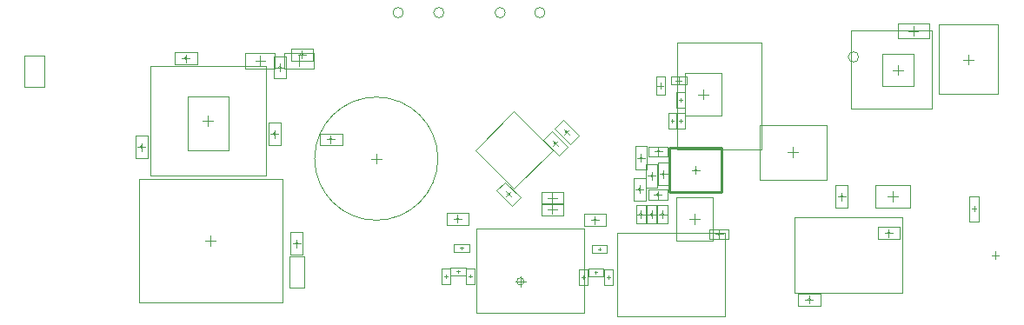
<source format=gbr>
%TF.GenerationSoftware,Altium Limited,Altium Designer,22.2.1 (43)*%
G04 Layer_Color=32768*
%FSLAX26Y26*%
%MOIN*%
%TF.SameCoordinates,49CA406D-FE3E-4379-A0B2-47437619DC98*%
%TF.FilePolarity,Positive*%
%TF.FileFunction,Other,Mechanical_15*%
%TF.Part,Single*%
G01*
G75*
%TA.AperFunction,NonConductor*%
%ADD130C,0.003937*%
%ADD137C,0.004000*%
%ADD138C,0.010000*%
%ADD217C,0.001000*%
%ADD218C,0.001968*%
%ADD219C,0.002000*%
D130*
X2168619Y694984D02*
X2201635Y728000D01*
X2168619Y694984D02*
X2228177Y635426D01*
X2201635Y728000D02*
X2261193Y668441D01*
X2228177Y635426D02*
X2261193Y668441D01*
X1158074Y956334D02*
Y1003026D01*
Y956334D02*
X1242301D01*
X1158074Y1003026D02*
X1242301D01*
Y956334D02*
Y1003026D01*
X1021299Y955000D02*
X1058701D01*
X1040000Y936299D02*
Y973701D01*
X1171299Y955000D02*
X1208701D01*
X1190000Y936299D02*
Y973701D01*
X1091974Y971926D02*
X1138666Y971926D01*
X1138666Y887699D01*
X1091974Y971926D02*
X1091974Y887699D01*
X1138666Y887699D01*
X797301Y941334D02*
Y988026D01*
X713074D02*
X797301D01*
X713074Y941334D02*
X797301D01*
X713074D02*
Y988026D01*
X2633189Y880000D02*
X2656811D01*
X2645000Y868189D02*
Y891811D01*
X2575000Y871811D02*
X2575000Y848189D01*
X2563189Y860000D02*
X2586811Y860000D01*
X2409292Y-26418D02*
X2820709Y-26418D01*
X2820708Y296417D02*
X2820709Y-26418D01*
X2409291Y296418D02*
X2820708Y296417D01*
X2409291Y296418D02*
X2409292Y-26418D01*
X1869291Y-11417D02*
X2280708Y-11418D01*
X2280709Y311418D01*
X1869291Y311417D02*
X2280709Y311418D01*
X1869291Y-11417D02*
X1869291Y311417D01*
X1745551Y129195D02*
X1757362Y129195D01*
X1751456Y123290D02*
X1751457Y135101D01*
X1839608Y129442D02*
X1851419Y129442D01*
X1845514Y123536D02*
X1845514Y135348D01*
X1798715Y152851D02*
X1798715Y141040D01*
X1792809Y146945D02*
X1804620Y146946D01*
X1838866Y372346D02*
X1838866Y325655D01*
X1754638Y372346D02*
X1838866Y372346D01*
X1754639Y325656D02*
X1838866Y325655D01*
X1754638Y372346D02*
X1754639Y325656D01*
X1812053Y231039D02*
X1812054Y242851D01*
X1806147Y236945D02*
X1817959Y236945D01*
X2340612Y239244D02*
X2340612Y227433D01*
X2334707Y233339D02*
X2346517Y233339D01*
X2369652Y125835D02*
X2381462Y125835D01*
X2375557Y131739D02*
X2375557Y119928D01*
X2327031Y137855D02*
X2327032Y149665D01*
X2321126Y143760D02*
X2332937Y143760D01*
X2365715Y368739D02*
X2365716Y322048D01*
X2281488Y368740D02*
X2365715Y368739D01*
X2281488Y322048D02*
X2365716D01*
X2281488Y368740D02*
X2281488Y322048D01*
X2273526Y125834D02*
X2285336Y125834D01*
X2279430Y131739D02*
X2279430Y119928D01*
X1946548Y457055D02*
X1979564Y490070D01*
X1946548Y457055D02*
X2006106Y397497D01*
X1979564Y490070D02*
X2039122Y430513D01*
X2006106Y397497D02*
X2039122Y430513D01*
X2125084Y651448D02*
X2158099Y684463D01*
X2125084Y651448D02*
X2184641Y591891D01*
X2158099Y684463D02*
X2217657Y624906D01*
X2184641Y591891D02*
X2217657Y624906D01*
X2142284Y430000D02*
X2177718D01*
X2160000Y412284D02*
X2160000Y447717D01*
X761260Y612637D02*
X918740Y612638D01*
X761259Y817362D02*
X761260Y612637D01*
X761259Y817362D02*
X918740Y817362D01*
X918740Y612638D02*
X918740Y817362D01*
X840000Y744685D02*
X840001Y705315D01*
X820315Y725000D02*
X859684Y725000D01*
X561974Y583074D02*
X608666Y583073D01*
X608666Y667301D02*
X608666Y583073D01*
X561974Y583074D02*
X561974Y667300D01*
X608666Y667301D01*
X1071974Y633074D02*
X1118665Y633073D01*
X1118666Y717301D01*
X1071974Y633074D02*
X1071975Y717301D01*
X1118666Y717301D01*
X1465314Y580000D02*
X1504685Y580001D01*
X1485000Y599684D02*
X1485000Y560315D01*
X1156975Y213074D02*
X1203666Y213074D01*
X1203666Y297301D02*
X1203666Y213074D01*
X1156974Y297301D02*
X1156975Y213074D01*
X1156974Y297301D02*
X1203666Y297301D01*
X3408073Y318665D02*
X3408074Y271975D01*
X3408073Y318665D02*
X3492300Y318665D01*
X3408074Y271975D02*
X3492300Y271974D01*
X3492300Y318665D02*
X3492300Y271974D01*
X830315Y265000D02*
X869686Y265000D01*
X850000Y284685D02*
X850000Y245315D01*
X2638582Y614291D02*
X2961418Y614291D01*
X2638582Y1025708D02*
X2638582Y614291D01*
X2638582Y1025708D02*
X2961417Y1025709D01*
X2961418Y614291D01*
X3083000Y623906D02*
X3083000Y584536D01*
X3063315Y604221D02*
X3102686Y604221D01*
X3187301Y63025D02*
X3187301Y16334D01*
X3103074Y63026D02*
X3187301Y63025D01*
X3103073Y16335D02*
X3187301Y16334D01*
X3103073Y16335D02*
X3103074Y63026D01*
X3246975Y477301D02*
X3293666Y477301D01*
X3246974Y393074D02*
X3246975Y477301D01*
X3293666Y393074D02*
X3293666Y477301D01*
X3246974Y393074D02*
X3293666Y393074D01*
X3465000Y415315D02*
X3465000Y454685D01*
X3445315Y435000D02*
X3484685Y435000D01*
X3735315Y960000D02*
X3774683Y960000D01*
X3754999Y940314D02*
X3755000Y979686D01*
X3485000Y900315D02*
X3485000Y939685D01*
X3465315Y920000D02*
X3504685Y920000D01*
X3777235Y377323D02*
Y397008D01*
X3767393Y387166D02*
X3787078D01*
X2652246Y719622D02*
X2652247Y731433D01*
X2646341Y725528D02*
X2658152Y725528D01*
X2619701Y731470D02*
X2619701Y719659D01*
X2613795Y725564D02*
X2625607Y725564D01*
X2651898Y799622D02*
X2651898Y811433D01*
X2645992Y805529D02*
X2657803Y805528D01*
X2719606Y826819D02*
X2758977Y826819D01*
X2739291Y807134D02*
X2739291Y846504D01*
X2471261Y419762D02*
X2517952Y419762D01*
X2517952Y503990D02*
X2517952Y419762D01*
X2471261Y419762D02*
X2471261Y503989D01*
X2517952Y503990D01*
X2600660Y423144D02*
X2600660Y460297D01*
X2528759Y423145D02*
X2600660Y423144D01*
X2528759Y460297D02*
X2528759Y423145D01*
X2528759Y460297D02*
X2600660Y460297D01*
X2705708Y328496D02*
X2705709Y367866D01*
X2686023Y348181D02*
X2725394Y348181D01*
X2763379Y309336D02*
X2763379Y272184D01*
X2763379Y309336D02*
X2835280Y309336D01*
X2835280Y272183D02*
X2835280Y309336D01*
X2763379Y272184D02*
X2835280Y272183D01*
X2530205Y589703D02*
X2530206Y626855D01*
X2602107Y626856D01*
X2602107Y589703D01*
X2530205Y589703D02*
X2602107Y589703D01*
X2563508Y330562D02*
X2563509Y402463D01*
X2563508Y330562D02*
X2600660Y330562D01*
X2600660Y402464D01*
X2563509Y402463D02*
X2600660Y402464D01*
X2480468Y402511D02*
X2517620Y402511D01*
X2517620Y330610D01*
X2480467Y330610D02*
X2517620Y330610D01*
X2480467Y330610D02*
X2480468Y402511D01*
X2559128Y402510D02*
X2559128Y330610D01*
X2521975Y402511D02*
X2559128Y402510D01*
X2521975Y402511D02*
X2521976Y330610D01*
X2559128Y330610D01*
X3304488Y1071732D02*
X3615512D01*
Y770551D02*
Y1071732D01*
X3304488Y770551D02*
X3615512D01*
X3304488D02*
Y1071732D01*
X2160000Y367284D02*
X2160001Y402717D01*
X2142283Y384999D02*
X2177717Y385000D01*
D137*
X1267321Y633468D02*
X1267322Y676370D01*
X1355000Y676370D01*
X1267321Y633468D02*
X1354999Y633467D01*
X1355000Y676370D01*
X2477910Y539838D02*
X2520813Y539838D01*
X2520813Y627516D02*
X2520813Y539838D01*
X2477910Y627516D02*
X2477910Y539838D01*
X2477910Y627516D02*
X2520813D01*
X2520379Y557442D02*
X2563281Y557442D01*
X2520378Y469764D02*
X2520379Y557442D01*
X2563280Y469764D02*
X2563281Y557442D01*
X2520378Y469764D02*
X2563280D01*
X2564278Y477557D02*
X2607182Y477558D01*
X2607182Y565237D01*
X2564278Y565236D02*
X2564278Y477557D01*
X2564278Y565236D02*
X2607182Y565237D01*
D138*
X2810000Y621258D02*
X2810000Y451259D01*
X2610000Y621259D02*
X2810000Y621258D01*
X2610000Y621259D02*
X2610000Y451258D01*
X2810000Y451259D01*
D217*
X2219997Y682067D02*
G03*
X2219997Y682067I-5000J0D01*
G01*
X1205000Y979995D02*
G03*
X1205000Y979995I-5000J0D01*
G01*
X1120005Y930000D02*
G03*
X1120005Y930000I-5000J0D01*
G01*
X760000Y964995D02*
G03*
X760000Y964995I-5000J0D01*
G01*
X1801940Y348686D02*
G03*
X1801940Y348686I-5000J0D01*
G01*
X2328789Y345079D02*
G03*
X2328789Y345079I-5000J0D01*
G01*
X1997926Y444138D02*
G03*
X1997926Y444138I-5000J0D01*
G01*
X2176461Y638532D02*
G03*
X2176461Y638532I-5000J0D01*
G01*
X1315000Y655000D02*
G03*
X1315000Y655000I-5000J0D01*
G01*
X590005Y625000D02*
G03*
X590005Y625000I-5000J0D01*
G01*
X1100005Y675000D02*
G03*
X1100005Y675000I-5000J0D01*
G01*
X1185005Y255000D02*
G03*
X1185005Y255000I-5000J0D01*
G01*
X3455001Y295005D02*
G03*
X3455001Y295005I-5000J0D01*
G01*
X3150000Y39995D02*
G03*
X3150000Y39995I-5000J0D01*
G01*
X3275005Y435000D02*
G03*
X3275005Y435000I-5000J0D01*
G01*
X2499922Y462063D02*
G03*
X2499922Y462063I-5000J0D01*
G01*
X2504443Y582516D02*
G03*
X2504443Y582516I-5000J0D01*
G01*
X2569724Y441653D02*
G03*
X2569724Y441653I-5000J0D01*
G01*
X2804315Y290827D02*
G03*
X2804315Y290827I-5000J0D01*
G01*
X2714998Y536252D02*
G03*
X2714998Y536252I-5000J0D01*
G01*
X2571142Y608346D02*
G03*
X2571142Y608346I-5000J0D01*
G01*
X2587164Y366536D02*
G03*
X2587164Y366536I-5000J0D01*
G01*
X2504111Y366575D02*
G03*
X2504111Y366575I-5000J0D01*
G01*
X2545472Y366536D02*
G03*
X2545472Y366536I-5000J0D01*
G01*
X2546748Y514764D02*
G03*
X2546748Y514764I-5000J0D01*
G01*
X2590811Y520236D02*
G03*
X2590811Y520236I-5000J0D01*
G01*
X2204393Y692678D02*
X2225607Y671464D01*
X2204390Y671461D02*
X2225602Y692674D01*
X1185000Y980000D02*
X1215000D01*
X1200000Y964995D02*
Y994995D01*
X1115000Y915000D02*
X1115000Y945000D01*
X1100005Y930000D02*
X1130005Y930000D01*
X755000Y949995D02*
Y979995D01*
X740000Y965000D02*
X770000D01*
X1781939Y348681D02*
X1811939Y348680D01*
X1796939Y363685D02*
X1796939Y333685D01*
X2308790Y345073D02*
X2338790Y345074D01*
X2323789Y360079D02*
X2323790Y330079D01*
X1982323Y454749D02*
X2003535Y433536D01*
X1982319Y433531D02*
X2003532Y454745D01*
X2160858Y649143D02*
X2182071Y627929D01*
X2160855Y627926D02*
X2182068Y649139D01*
X1310000Y670000D02*
X1310000Y640000D01*
X1295000Y655005D02*
X1325000Y655006D01*
X585000Y610000D02*
X585000Y640000D01*
X570005Y625000D02*
X600005D01*
X1095000Y660000D02*
X1095000Y690000D01*
X1080005Y675000D02*
X1110005Y675000D01*
X1180000Y270000D02*
X1180000Y240000D01*
X1165005Y255000D02*
X1195005Y255000D01*
X3435000Y295001D02*
X3465000Y295000D01*
X3450000Y310004D02*
X3450001Y280006D01*
X3144999Y24995D02*
X3145000Y54995D01*
X3130000Y40000D02*
X3160000Y39999D01*
X3255005Y435000D02*
X3285005Y435000D01*
X3270000Y450000D02*
X3270000Y420001D01*
X2479921Y462062D02*
X2509921Y462063D01*
X2494926Y447063D02*
X2494927Y477063D01*
X2484443Y582517D02*
X2514443Y582517D01*
X2499448Y597516D02*
X2499448Y567516D01*
X2549724Y441649D02*
X2579724Y441649D01*
X2564724Y456653D02*
X2564724Y426654D01*
X2784315Y290831D02*
X2814315Y290832D01*
X2799315Y305827D02*
X2799315Y275826D01*
X2709998Y551252D02*
X2709998Y521252D01*
X2694997Y536256D02*
X2724998Y536256D01*
X2551142Y608351D02*
X2581142D01*
X2566142Y623347D02*
X2566142Y593346D01*
X2582169Y351536D02*
X2582169Y381536D01*
X2567164Y366536D02*
X2597163Y366536D01*
X2499115Y351575D02*
X2499116Y381574D01*
X2484112Y366575D02*
X2514110Y366574D01*
X2540466Y351537D02*
X2540467Y381536D01*
X2525471Y366536D02*
X2555470Y366537D01*
X2526748Y514764D02*
X2556748Y514764D01*
X2541742Y499764D02*
X2541743Y529764D01*
X2570812Y520236D02*
X2600813D01*
X2585816Y505236D02*
X2585816Y535236D01*
D218*
X1721220Y579999D02*
G03*
X1721220Y579999I-236220J0D01*
G01*
X2051748Y109551D02*
G03*
X2051748Y109551I-13780J0D01*
G01*
X1097086Y925472D02*
Y984528D01*
X982913Y925472D02*
Y984528D01*
Y925472D02*
X1097086D01*
X982913Y984528D02*
X1097086D01*
X1247087Y925472D02*
Y984528D01*
X1132913Y925472D02*
Y984528D01*
Y925472D02*
X1247087D01*
X1132913Y984528D02*
X1247087D01*
X2615472Y864252D02*
Y895748D01*
X2674528Y864252D02*
Y895748D01*
X2615472D02*
X2674528D01*
X2615472Y864252D02*
X2674528D01*
X2557283Y824567D02*
X2592717Y824567D01*
X2557283Y895433D02*
X2592717Y895433D01*
X2557283Y895433D02*
X2557283Y824567D01*
X2592717Y895433D02*
X2592717Y824567D01*
X1767204Y158722D02*
X1767205Y99668D01*
X1735708Y158722D02*
X1735709Y99668D01*
X1767205Y99668D01*
X1735708Y158722D02*
X1767204D01*
X1861261Y99913D02*
X1861262Y158968D01*
X1829766Y158969D02*
X1829766Y99914D01*
X1861261Y99913D01*
X1829766Y158969D02*
X1861262Y158968D01*
X1769187Y131197D02*
X1828242Y131197D01*
X1769187Y162694D02*
X1828242Y162694D01*
X1769187Y131197D02*
X1769187Y162694D01*
X1828242Y162694D02*
X1828242Y131197D01*
X1782525Y221197D02*
X1841580Y221197D01*
X1782525Y252694D02*
X1841581Y252693D01*
X1782525Y221197D02*
Y252694D01*
X1841580Y221197D02*
X1841581Y252693D01*
X2311084Y217590D02*
X2370140Y217591D01*
X2311084Y249087D02*
X2370140Y249087D01*
X2311084Y217590D02*
Y249087D01*
X2370140Y217591D02*
X2370140Y249087D01*
X2391305Y96307D02*
X2391305Y155362D01*
X2359809Y155363D02*
X2359809Y96307D01*
X2391305Y96307D01*
X2359809Y155363D02*
X2391305Y155362D01*
X2297503Y128012D02*
X2356559Y128012D01*
X2297504Y159508D02*
X2356559Y159508D01*
X2297503Y128012D02*
X2297504Y159508D01*
X2356559Y159508D02*
X2356559Y128012D01*
X2295178Y96305D02*
X2295178Y155360D01*
X2263682Y155360D02*
X2263683Y96306D01*
X2295178Y96305D01*
X2263682Y155360D02*
X2295178Y155360D01*
X2201338Y408346D02*
X2201339Y451654D01*
X2118661Y451654D02*
X2118662Y408347D01*
X2201338Y408346D01*
X2118661Y451654D02*
X2201339Y451654D01*
X619528Y935630D02*
X1060473Y935631D01*
X619527Y514370D02*
X1060473Y514370D01*
X1060473Y935631D01*
X619527Y514370D02*
X619528Y935630D01*
X2013786Y465384D02*
X2161332Y612930D01*
X1866240Y612929D02*
X2013786Y465384D01*
X1866240Y612929D02*
X2013786Y760475D01*
X2161332Y612930D01*
X1150472Y204055D02*
X1150473Y85945D01*
X1209528Y85945D01*
X1209528Y204055D02*
X1209528Y85945D01*
X1150472Y204055D02*
X1209528Y204055D01*
X1125590Y501221D02*
X1125591Y28780D01*
X574409Y28780D02*
X574409Y501220D01*
X1125590Y501221D01*
X574409Y28780D02*
X1125591Y28780D01*
X2954062Y708551D02*
X3211937Y708551D01*
X2954063Y499890D02*
X3211936Y499890D01*
X3211937Y708551D01*
X2954062Y708551D02*
X2954063Y499890D01*
X3398070Y391693D02*
X3531930Y391693D01*
X3531929Y478307D02*
X3531930Y391693D01*
X3398071Y478307D02*
X3531929Y478307D01*
X3398070Y391693D02*
X3398071Y478307D01*
X3088307Y66102D02*
X3088308Y353897D01*
X3088307Y66102D02*
X3501693Y66102D01*
X3501692Y353898D02*
X3501693Y66102D01*
X3088308Y353897D02*
X3501692Y353898D01*
X3846220Y210001D02*
X3873780Y210001D01*
X3859999Y196220D02*
X3860001Y223780D01*
X3868189Y1093661D02*
X3868189Y830079D01*
X3641811Y1093661D02*
X3868189D01*
X3641811Y830080D02*
X3641811Y1093661D01*
X3641811Y830080D02*
X3868189Y830079D01*
X3544999Y1051299D02*
X3545000Y1088702D01*
X3526299Y1070000D02*
X3563701Y1070000D01*
X3485945Y1040473D02*
X3604055Y1040472D01*
X3485945Y1099528D02*
X3604055Y1099527D01*
Y1040472D02*
Y1099527D01*
X3485945Y1099528D02*
X3485945Y1040473D01*
X3423976Y981417D02*
X3546023D01*
X3423976Y858583D02*
X3546024D01*
X3546023Y981417D02*
X3546024Y858583D01*
X3423976D02*
Y981417D01*
X3757235Y337953D02*
Y436378D01*
X3757550Y337953D02*
X3796920D01*
Y436378D01*
X3757550D02*
X3796920D01*
X2636499Y696001D02*
X2667995Y696000D01*
X2636499Y755055D02*
X2667995Y755056D01*
X2636499Y696001D02*
X2636499Y755055D01*
X2667995Y696000D02*
X2667995Y755056D01*
X2603953Y755092D02*
X2635449Y755092D01*
X2603952Y696037D02*
X2635448Y696037D01*
X2635449Y755092D01*
X2603952Y696037D02*
X2603953Y755092D01*
X2636150Y776001D02*
X2667646Y776000D01*
X2636149Y835055D02*
X2667645Y835056D01*
X2636149Y835055D02*
X2636150Y776001D01*
X2667645Y835056D02*
X2667646Y776000D01*
X2668425Y744141D02*
Y909496D01*
X2810158Y744142D02*
X2810158Y909496D01*
X2668425Y744141D02*
X2810158Y744142D01*
X2668425Y909496D02*
X2810158Y909496D01*
X2634842Y430858D02*
X2776575Y430858D01*
X2634843Y265504D02*
X2776575Y265504D01*
X2634842Y430858D02*
X2634843Y265504D01*
X2776575Y430858D02*
X2776575Y265504D01*
X2118661Y406654D02*
X2201339D01*
X2118661Y363347D02*
X2201338Y363346D01*
X2118661Y363347D02*
X2118661Y406654D01*
X2201338Y363346D02*
X2201339Y406654D01*
X2037969Y129236D02*
X2037970Y89866D01*
X2018285Y109551D02*
X2057654Y109551D01*
X136614Y853977D02*
X213386Y853976D01*
X136614Y976024D02*
X213385Y976024D01*
X213386Y853976D01*
X136614Y853977D02*
Y976024D01*
D219*
X3334685Y970000D02*
G03*
X3334685Y970000I-19685J0D01*
G01*
X2131909Y1140000D02*
G03*
X2131909Y1140000I-19685J0D01*
G01*
X1979770D02*
G03*
X1979770Y1140000I-19685J0D01*
G01*
X1744685D02*
G03*
X1744685Y1140000I-19685J0D01*
G01*
X1588538D02*
G03*
X1588538Y1140000I-19685J0D01*
G01*
%TF.MD5,01f24a3627e8377d9d01868321943394*%
M02*

</source>
